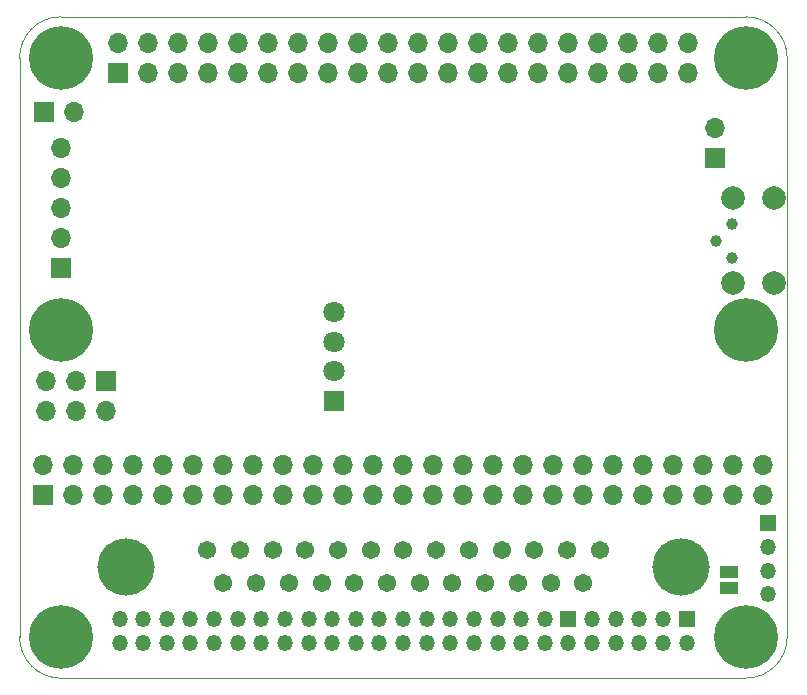
<source format=gbr>
%TF.GenerationSoftware,KiCad,Pcbnew,(5.1.9-16-g1737927814)-1*%
%TF.CreationDate,2021-04-12T08:44:27-05:00*%
%TF.ProjectId,rascsi_2p4,72617363-7369-45f3-9270-342e6b696361,rev?*%
%TF.SameCoordinates,PX59d60c0PY325aa00*%
%TF.FileFunction,Soldermask,Bot*%
%TF.FilePolarity,Negative*%
%FSLAX46Y46*%
G04 Gerber Fmt 4.6, Leading zero omitted, Abs format (unit mm)*
G04 Created by KiCad (PCBNEW (5.1.9-16-g1737927814)-1) date 2021-04-12 08:44:27*
%MOMM*%
%LPD*%
G01*
G04 APERTURE LIST*
%TA.AperFunction,Profile*%
%ADD10C,0.050000*%
%TD*%
%ADD11C,1.800000*%
%ADD12R,1.800000X1.800000*%
%ADD13O,1.700000X1.700000*%
%ADD14R,1.700000X1.700000*%
%ADD15C,4.845000*%
%ADD16C,1.545000*%
%ADD17O,1.350000X1.350000*%
%ADD18R,1.350000X1.350000*%
%ADD19R,1.500000X1.000000*%
%ADD20C,1.000000*%
%ADD21C,2.000000*%
%ADD22C,0.800000*%
%ADD23C,5.400000*%
G04 APERTURE END LIST*
D10*
X83800000Y-45696000D02*
X141800000Y-45696000D01*
X83800000Y-45696000D02*
G75*
G02*
X80300000Y-42196000I0J3500000D01*
G01*
X145300000Y-42196000D02*
G75*
G02*
X141800000Y-45696000I-3500000J0D01*
G01*
X80300000Y6800000D02*
X80300000Y-42196000D01*
X145300000Y6800000D02*
X145300000Y-42196000D01*
X83800000Y10300000D02*
X141800000Y10300000D01*
X80300000Y6800000D02*
G75*
G02*
X83800000Y10300000I3500000J0D01*
G01*
X141800000Y10300000D02*
G75*
G02*
X145300000Y6800000I0J-3500000D01*
G01*
D11*
%TO.C,J20*%
X106910000Y-14700000D03*
X106910000Y-17200000D03*
X106910000Y-19700000D03*
D12*
X106910000Y-22200000D03*
%TD*%
D13*
%TO.C,J5*%
X82530000Y-23040000D03*
X82530000Y-20500000D03*
X85070000Y-23040000D03*
X85070000Y-20500000D03*
X87610000Y-23040000D03*
D14*
X87610000Y-20500000D03*
%TD*%
D15*
%TO.C,J6*%
X89281600Y-36250000D03*
X136321600Y-36250000D03*
D16*
X97566600Y-37670000D03*
X100336600Y-37670000D03*
X103106600Y-37670000D03*
X105876600Y-37670000D03*
X108646600Y-37670000D03*
X111416600Y-37670000D03*
X114186600Y-37670000D03*
X116956600Y-37670000D03*
X119726600Y-37670000D03*
X122496600Y-37670000D03*
X125266600Y-37670000D03*
X128036600Y-37670000D03*
X96181600Y-34830000D03*
X98951600Y-34830000D03*
X101721600Y-34830000D03*
X104491600Y-34830000D03*
X107261600Y-34830000D03*
X110031600Y-34830000D03*
X112801600Y-34830000D03*
X115571600Y-34830000D03*
X118341600Y-34830000D03*
X121111600Y-34830000D03*
X123881600Y-34830000D03*
X126651600Y-34830000D03*
X129421600Y-34830000D03*
%TD*%
D17*
%TO.C,J9*%
X88772000Y-42688000D03*
X88772000Y-40688000D03*
X90772000Y-42688000D03*
X90772000Y-40688000D03*
X92772000Y-42688000D03*
X92772000Y-40688000D03*
X94772000Y-42688000D03*
X94772000Y-40688000D03*
X96772000Y-42688000D03*
X96772000Y-40688000D03*
X98772000Y-42688000D03*
X98772000Y-40688000D03*
X100772000Y-42688000D03*
X100772000Y-40688000D03*
X102772000Y-42688000D03*
X102772000Y-40688000D03*
X104772000Y-42688000D03*
X104772000Y-40688000D03*
X106772000Y-42688000D03*
X106772000Y-40688000D03*
X108772000Y-42688000D03*
X108772000Y-40688000D03*
X110772000Y-42688000D03*
X110772000Y-40688000D03*
X112772000Y-42688000D03*
X112772000Y-40688000D03*
X114772000Y-42688000D03*
X114772000Y-40688000D03*
X116772000Y-42688000D03*
X116772000Y-40688000D03*
X118772000Y-42688000D03*
X118772000Y-40688000D03*
X120772000Y-42688000D03*
X120772000Y-40688000D03*
X122772000Y-42688000D03*
X122772000Y-40688000D03*
X124772000Y-42688000D03*
X124772000Y-40688000D03*
X126772000Y-42688000D03*
D18*
X126772000Y-40688000D03*
D17*
X128772000Y-42688000D03*
X128772000Y-40688000D03*
X130772000Y-42688000D03*
X130772000Y-40688000D03*
X132772000Y-42688000D03*
X132772000Y-40688000D03*
X134772000Y-42688000D03*
X134772000Y-40688000D03*
X136772000Y-42688000D03*
D18*
X136772000Y-40688000D03*
%TD*%
D17*
%TO.C,J10*%
X143630000Y-38592000D03*
X143630000Y-36592000D03*
X143630000Y-34592000D03*
D18*
X143630000Y-32592000D03*
%TD*%
D19*
%TO.C,JP1*%
X140328000Y-36736000D03*
X140328000Y-38036000D03*
%TD*%
D13*
%TO.C,J3*%
X143226500Y-27654500D03*
X143226500Y-30194500D03*
X140686500Y-27654500D03*
X140686500Y-30194500D03*
X138146500Y-27654500D03*
X138146500Y-30194500D03*
X135606500Y-27654500D03*
X135606500Y-30194500D03*
X133066500Y-27654500D03*
X133066500Y-30194500D03*
X130526500Y-27654500D03*
X130526500Y-30194500D03*
X127986500Y-27654500D03*
X127986500Y-30194500D03*
X125446500Y-27654500D03*
X125446500Y-30194500D03*
X122906500Y-27654500D03*
X122906500Y-30194500D03*
X120366500Y-27654500D03*
X120366500Y-30194500D03*
X117826500Y-27654500D03*
X117826500Y-30194500D03*
X115286500Y-27654500D03*
X115286500Y-30194500D03*
X112746500Y-27654500D03*
X112746500Y-30194500D03*
X110206500Y-27654500D03*
X110206500Y-30194500D03*
X107666500Y-27654500D03*
X107666500Y-30194500D03*
X105126500Y-27654500D03*
X105126500Y-30194500D03*
X102586500Y-27654500D03*
X102586500Y-30194500D03*
X100046500Y-27654500D03*
X100046500Y-30194500D03*
X97506500Y-27654500D03*
X97506500Y-30194500D03*
X94966500Y-27654500D03*
X94966500Y-30194500D03*
X92426500Y-27654500D03*
X92426500Y-30194500D03*
X89886500Y-27654500D03*
X89886500Y-30194500D03*
X87346500Y-27654500D03*
X87346500Y-30194500D03*
X84806500Y-27654500D03*
X84806500Y-30194500D03*
X82266500Y-27654500D03*
D14*
X82266500Y-30194500D03*
%TD*%
D20*
%TO.C,TP1*%
X140650000Y-7250000D03*
%TD*%
%TO.C,TP2*%
X139260000Y-8660000D03*
%TD*%
%TO.C,TP3*%
X140650000Y-10110000D03*
%TD*%
D21*
%TO.C,J8*%
X140705000Y-12235000D03*
X140705000Y-5085000D03*
X144155000Y-5085000D03*
X144155000Y-12235000D03*
%TD*%
D13*
%TO.C,J2*%
X139226000Y857000D03*
D14*
X139226000Y-1683000D03*
%TD*%
D13*
%TO.C,J7*%
X84920000Y2280000D03*
D14*
X82380000Y2280000D03*
%TD*%
D13*
%TO.C,J1*%
X136930000Y8070000D03*
X136930000Y5530000D03*
X134390000Y8070000D03*
X134390000Y5530000D03*
X131850000Y8070000D03*
X131850000Y5530000D03*
X129310000Y8070000D03*
X129310000Y5530000D03*
X126770000Y8070000D03*
X126770000Y5530000D03*
X124230000Y8070000D03*
X124230000Y5530000D03*
X121690000Y8070000D03*
X121690000Y5530000D03*
X119150000Y8070000D03*
X119150000Y5530000D03*
X116610000Y8070000D03*
X116610000Y5530000D03*
X114070000Y8070000D03*
X114070000Y5530000D03*
X111530000Y8070000D03*
X111530000Y5530000D03*
X108990000Y8070000D03*
X108990000Y5530000D03*
X106450000Y8070000D03*
X106450000Y5530000D03*
X103910000Y8070000D03*
X103910000Y5530000D03*
X101370000Y8070000D03*
X101370000Y5530000D03*
X98830000Y8070000D03*
X98830000Y5530000D03*
X96290000Y8070000D03*
X96290000Y5530000D03*
X93750000Y8070000D03*
X93750000Y5530000D03*
X91210000Y8070000D03*
X91210000Y5530000D03*
X88670000Y8070000D03*
D14*
X88670000Y5530000D03*
%TD*%
D22*
%TO.C,H2*%
X143231891Y8231891D03*
X141800000Y8825000D03*
X140368109Y8231891D03*
X139775000Y6800000D03*
X140368109Y5368109D03*
X141800000Y4775000D03*
X143231891Y5368109D03*
X143825000Y6800000D03*
D23*
X141800000Y6800000D03*
%TD*%
D22*
%TO.C,H1*%
X85231891Y8231891D03*
X83800000Y8825000D03*
X82368109Y8231891D03*
X81775000Y6800000D03*
X82368109Y5368109D03*
X83800000Y4775000D03*
X85231891Y5368109D03*
X85825000Y6800000D03*
D23*
X83800000Y6800000D03*
%TD*%
D13*
%TO.C,J4*%
X83810000Y-820000D03*
X83810000Y-3360000D03*
X83810000Y-5900000D03*
X83810000Y-8440000D03*
D14*
X83810000Y-10980000D03*
%TD*%
D22*
%TO.C,H6*%
X143231891Y-40768109D03*
X141800000Y-40175000D03*
X140368109Y-40768109D03*
X139775000Y-42200000D03*
X140368109Y-43631891D03*
X141800000Y-44225000D03*
X143231891Y-43631891D03*
X143825000Y-42200000D03*
D23*
X141800000Y-42200000D03*
%TD*%
D22*
%TO.C,H5*%
X85231891Y-40768109D03*
X83800000Y-40175000D03*
X82368109Y-40768109D03*
X81775000Y-42200000D03*
X82368109Y-43631891D03*
X83800000Y-44225000D03*
X85231891Y-43631891D03*
X85825000Y-42200000D03*
D23*
X83800000Y-42200000D03*
%TD*%
D22*
%TO.C,H4*%
X143231891Y-14768109D03*
X141800000Y-14175000D03*
X140368109Y-14768109D03*
X139775000Y-16200000D03*
X140368109Y-17631891D03*
X141800000Y-18225000D03*
X143231891Y-17631891D03*
X143825000Y-16200000D03*
D23*
X141800000Y-16200000D03*
%TD*%
D22*
%TO.C,H3*%
X85231891Y-14768109D03*
X83800000Y-14175000D03*
X82368109Y-14768109D03*
X81775000Y-16200000D03*
X82368109Y-17631891D03*
X83800000Y-18225000D03*
X85231891Y-17631891D03*
X85825000Y-16200000D03*
D23*
X83800000Y-16200000D03*
%TD*%
M02*

</source>
